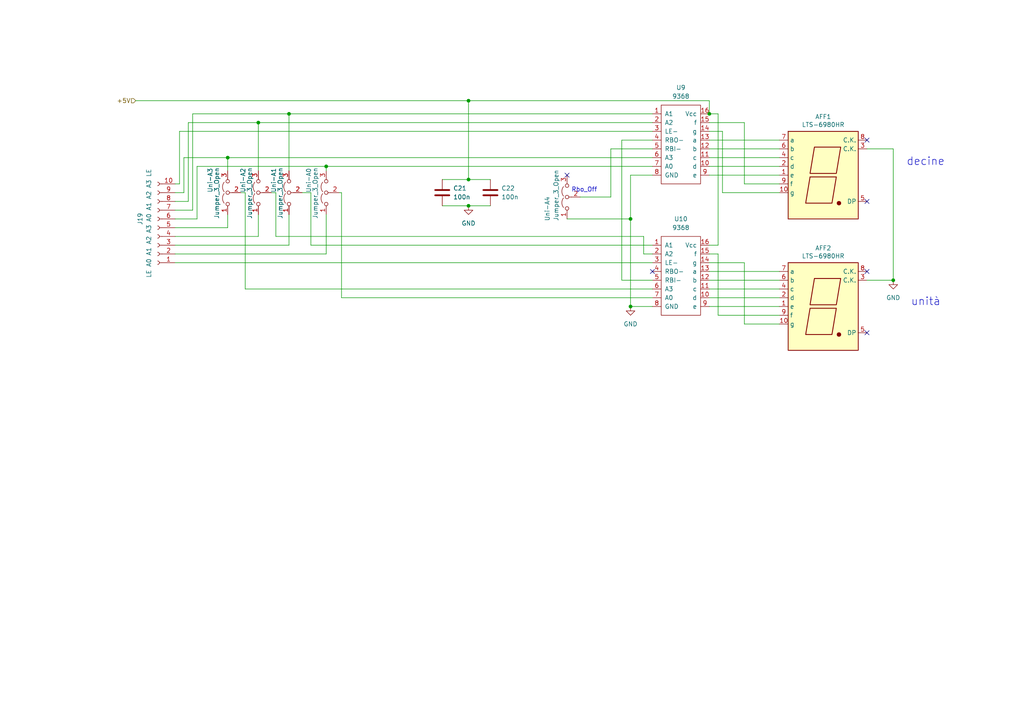
<source format=kicad_sch>
(kicad_sch (version 20211123) (generator eeschema)
  (paper "A4")
  (lib_symbols
    (symbol "Connector:Conn_01x10_Female" (pin_names (offset 1.016) hide)
      (property "Reference" "J" (at 0 12.7 0))
      (property "Value" "Conn_01x10_Female" (at 0 -15.24 0))
      (symbol "Conn_01x10_Female_1_1"
        (arc (start 0 -12.192) (mid -0.508 -12.7) (end 0 -13.208) (stroke (width 0.1524)))
        (arc (start 0 -9.652) (mid -0.508 -10.16) (end 0 -10.668) (stroke (width 0.1524)))
        (arc (start 0 -7.112) (mid -0.508 -7.62) (end 0 -8.128) (stroke (width 0.1524)))
        (arc (start 0 -4.572) (mid -0.508 -5.08) (end 0 -5.588) (stroke (width 0.1524)))
        (arc (start 0 -2.032) (mid -0.508 -2.54) (end 0 -3.048) (stroke (width 0.1524)))
        (polyline (pts (xy -1.27 -12.7) (xy -0.508 -12.7)) (stroke (width 0.1524)))
        (polyline (pts (xy -1.27 -10.16) (xy -0.508 -10.16)) (stroke (width 0.1524)))
        (polyline (pts (xy -1.27 -7.62) (xy -0.508 -7.62)) (stroke (width 0.1524)))
        (polyline (pts (xy -1.27 -5.08) (xy -0.508 -5.08)) (stroke (width 0.1524)))
        (polyline (pts (xy -1.27 -2.54) (xy -0.508 -2.54)) (stroke (width 0.1524)))
        (polyline (pts (xy -1.27 0) (xy -0.508 0)) (stroke (width 0.1524)))
        (polyline (pts (xy -1.27 2.54) (xy -0.508 2.54)) (stroke (width 0.1524)))
        (polyline (pts (xy -1.27 5.08) (xy -0.508 5.08)) (stroke (width 0.1524)))
        (polyline (pts (xy -1.27 7.62) (xy -0.508 7.62)) (stroke (width 0.1524)))
        (polyline (pts (xy -1.27 10.16) (xy -0.508 10.16)) (stroke (width 0.1524)))
        (arc (start 0 0.508) (mid -0.508 0) (end 0 -0.508) (stroke (width 0.1524)))
        (arc (start 0 3.048) (mid -0.508 2.54) (end 0 2.032) (stroke (width 0.1524)))
        (arc (start 0 5.588) (mid -0.508 5.08) (end 0 4.572) (stroke (width 0.1524)))
        (arc (start 0 8.128) (mid -0.508 7.62) (end 0 7.112) (stroke (width 0.1524)))
        (arc (start 0 10.668) (mid -0.508 10.16) (end 0 9.652) (stroke (width 0.1524)))
        (pin passive line (at -5.08 10.16 0) (length 3.81) (name "Pin_1") (number "1"))
        (pin passive line (at -5.08 -12.7 0) (length 3.81) (name "Pin_10") (number "10"))
        (pin passive line (at -5.08 7.62 0) (length 3.81) (name "Pin_2") (number "2"))
        (pin passive line (at -5.08 5.08 0) (length 3.81) (name "Pin_3") (number "3"))
        (pin passive line (at -5.08 2.54 0) (length 3.81) (name "Pin_4") (number "4"))
        (pin passive line (at -5.08 0 0) (length 3.81) (name "Pin_5") (number "5"))
        (pin passive line (at -5.08 -2.54 0) (length 3.81) (name "Pin_6") (number "6"))
        (pin passive line (at -5.08 -5.08 0) (length 3.81) (name "Pin_7") (number "7"))
        (pin passive line (at -5.08 -7.62 0) (length 3.81) (name "Pin_8") (number "8"))
        (pin passive line (at -5.08 -10.16 0) (length 3.81) (name "Pin_9") (number "9"))
      )
    )
    (symbol "Device:C" (pin_numbers hide) (pin_names (offset 0.254))
      (property "Reference" "C" (at 0.635 2.54 0))
      (property "Value" "C" (at 0.635 -2.54 0))
      (symbol "C_0_1"
        (polyline (pts (xy -2.032 -0.762) (xy 2.032 -0.762)) (stroke (width 0.508)))
        (polyline (pts (xy -2.032 0.762) (xy 2.032 0.762)) (stroke (width 0.508)))
      )
      (symbol "C_1_1"
        (pin passive line (at 0 3.81 270) (length 2.794) (name "~") (number "1"))
        (pin passive line (at 0 -3.81 90) (length 2.794) (name "~") (number "2"))
      )
    )
    (symbol "Display_Character:LTS-6980HR"
      (property "Reference" "AFF" (at -7.874 13.97 0))
      (property "Value" "LTS-6980HR" (at 4.064 13.97 0))
      (symbol "LTS-6980HR_0_1"
        (rectangle (start -10.16 12.7) (end 10.16 -12.7) (stroke (width 0.254)) (fill (type background)))
        (polyline (pts (xy -3.81 -0.508) (xy 3.81 -0.508) (xy 2.54 -8.128) (xy -5.08 -8.128) (xy -3.81 -0.508) (xy -3.81 -0.508)) (stroke (width 0.254)))
        (polyline (pts (xy -2.54 8.128) (xy 5.08 8.128) (xy 3.81 0.508) (xy -3.81 0.508) (xy -2.54 8.128) (xy -2.54 8.128)) (stroke (width 0.254)))
        (circle (center 4.572 -8.128) (radius 0.508) (stroke (width 0.254)) (fill (type outline)))
      )
      (symbol "LTS-6980HR_1_1"
        (pin passive line (at -12.7 0 0) (length 2.54) (name "e") (number "1"))
        (pin passive line (at -12.7 -5.08 0) (length 2.54) (name "g") (number "10"))
        (pin passive line (at -12.7 2.54 0) (length 2.54) (name "d") (number "2"))
        (pin passive line (at 12.7 7.62 180) (length 2.54) (name "C.K.") (number "3"))
        (pin passive line (at -12.7 5.08 0) (length 2.54) (name "c") (number "4"))
        (pin passive line (at 12.7 -7.62 180) (length 2.54) (name "DP") (number "5"))
        (pin passive line (at -12.7 7.62 0) (length 2.54) (name "b") (number "6"))
        (pin passive line (at -12.7 10.16 0) (length 2.54) (name "a") (number "7"))
        (pin passive line (at 12.7 10.16 180) (length 2.54) (name "C.K.") (number "8"))
        (pin passive line (at -12.7 -2.54 0) (length 2.54) (name "f") (number "9"))
      )
    )
    (symbol "Jumper:Jumper_3_Open" (pin_names (offset 0) hide)
      (property "Reference" "JP" (at -2.54 -2.54 0))
      (property "Value" "Jumper_3_Open" (at 0 2.794 0))
      (symbol "Jumper_3_Open_0_0"
        (circle (center -3.302 0) (radius 0.508))
        (circle (center 0 0) (radius 0.508))
        (circle (center 3.302 0) (radius 0.508))
      )
      (symbol "Jumper_3_Open_0_1"
        (arc (start -0.254 1.016) (mid -1.651 1.4992) (end -3.048 1.016))
        (polyline (pts (xy 0 -0.508) (xy 0 -1.27)))
        (arc (start 3.048 1.016) (mid 1.651 1.4992) (end 0.254 1.016))
      )
      (symbol "Jumper_3_Open_1_1"
        (pin passive line (at -6.35 0 0) (length 2.54) (name "A") (number "1"))
        (pin passive line (at 0 -3.81 90) (length 2.54) (name "C") (number "2"))
        (pin passive line (at 6.35 0 180) (length 2.54) (name "B") (number "3"))
      )
    )
    (symbol "Massimi_Lib. (2):9368" (pin_names (offset 1.016))
      (property "Reference" "U" (at 0 1.27 0))
      (property "Value" "9368" (at 0 -1.27 0))
      (symbol "9368_0_1"
        (rectangle (start -6.35 -2.54) (end 5.08 -25.4))
      )
      (symbol "9368_1_1"
        (pin input line (at -8.89 -5.08 0) (length 2.54) (name "A1") (number "1"))
        (pin output line (at 7.62 -20.32 180) (length 2.54) (name "d") (number "10"))
        (pin output line (at 7.62 -17.78 180) (length 2.54) (name "c") (number "11"))
        (pin output line (at 7.62 -15.24 180) (length 2.54) (name "b") (number "12"))
        (pin output line (at 7.62 -12.7 180) (length 2.54) (name "a") (number "13"))
        (pin output line (at 7.62 -10.16 180) (length 2.54) (name "g") (number "14"))
        (pin output line (at 7.62 -7.62 180) (length 2.54) (name "f") (number "15"))
        (pin input line (at 7.62 -5.08 180) (length 2.54) (name "Vcc") (number "16"))
        (pin input line (at -8.89 -7.62 0) (length 2.54) (name "A2") (number "2"))
        (pin input line (at -8.89 -10.16 0) (length 2.54) (name "LE-") (number "3"))
        (pin output line (at -8.89 -12.7 0) (length 2.54) (name "RBO-") (number "4"))
        (pin input line (at -8.89 -15.24 0) (length 2.54) (name "RBI-") (number "5"))
        (pin input line (at -8.89 -17.78 0) (length 2.54) (name "A3") (number "6"))
        (pin input line (at -8.89 -20.32 0) (length 2.54) (name "A0") (number "7"))
        (pin input line (at -8.89 -22.86 0) (length 2.54) (name "GND") (number "8"))
        (pin output line (at 7.62 -22.86 180) (length 2.54) (name "e") (number "9"))
      )
    )
    (symbol "power:GND" (power) (pin_names (offset 0))
      (property "Value" "GND" (at 0 -3.81 0))
      (symbol "GND_0_1"
        (polyline (pts (xy 0 0) (xy 0 -1.27) (xy 1.27 -1.27) (xy 0 -2.54) (xy -1.27 -1.27) (xy 0 -1.27)))
      )
      (symbol "GND_1_1"
        (pin power_in line (at 0 0 270) (length 0) hide (name "GND") (number "1"))
      )
    )
  )
  (junction (at 182.88 63.5))
  (junction (at 135.89 52.07))
  (junction (at 83.82 33.02))
  (junction (at 74.93 35.56))
  (junction (at 259.08 81.28))
  (junction (at 182.88 88.9))
  (junction (at 135.89 29.21))
  (junction (at 135.89 59.69))
  (junction (at 94.615 48.26))
  (junction (at 66.04 45.72))
  (junction (at 205.74 33.02))
  (no_connect (at 251.46 58.42))
  (no_connect (at 189.23 78.74))
  (no_connect (at 164.465 50.8))
  (no_connect (at 251.46 78.74))
  (no_connect (at 251.46 40.64))
  (no_connect (at 251.46 96.52))
  (wire (pts (xy 54.61 35.56) (xy 54.61 58.42)))
  (wire (pts (xy 177.165 57.15) (xy 168.275 57.15)))
  (wire (pts (xy 180.34 81.28) (xy 189.23 81.28)))
  (wire (pts (xy 259.08 43.18) (xy 259.08 81.28)))
  (wire (pts (xy 215.9 76.2) (xy 215.9 93.98)))
  (wire (pts (xy 94.615 62.23) (xy 94.615 73.66)))
  (wire (pts (xy 66.04 66.04) (xy 66.04 62.23)))
  (wire (pts (xy 135.89 59.69) (xy 142.24 59.69)))
  (wire (pts (xy 90.17 55.88) (xy 90.17 71.12)))
  (wire (pts (xy 205.74 45.72) (xy 226.06 45.72)))
  (wire (pts (xy 205.74 29.21) (xy 205.74 33.02)))
  (wire (pts (xy 50.8 68.58) (xy 74.93 68.58)))
  (wire (pts (xy 251.46 81.28) (xy 259.08 81.28)))
  (wire (pts (xy 52.07 38.1) (xy 189.23 38.1)))
  (wire (pts (xy 66.04 45.72) (xy 189.23 45.72)))
  (wire (pts (xy 94.615 48.26) (xy 189.23 48.26)))
  (wire (pts (xy 164.465 63.5) (xy 182.88 63.5)))
  (wire (pts (xy 186.69 68.58) (xy 186.69 73.66)))
  (wire (pts (xy 189.23 43.18) (xy 177.165 43.18)))
  (wire (pts (xy 83.82 33.02) (xy 83.82 49.53)))
  (wire (pts (xy 205.74 76.2) (xy 215.9 76.2)))
  (wire (pts (xy 52.07 38.1) (xy 52.07 53.34)))
  (wire (pts (xy 94.615 48.26) (xy 94.615 49.53)))
  (wire (pts (xy 90.17 71.12) (xy 189.23 71.12)))
  (wire (pts (xy 205.74 48.26) (xy 226.06 48.26)))
  (wire (pts (xy 205.74 81.28) (xy 226.06 81.28)))
  (wire (pts (xy 135.89 29.21) (xy 135.89 52.07)))
  (wire (pts (xy 189.23 73.66) (xy 186.69 73.66)))
  (wire (pts (xy 205.74 43.18) (xy 226.06 43.18)))
  (wire (pts (xy 209.55 38.1) (xy 209.55 55.88)))
  (wire (pts (xy 128.27 52.07) (xy 135.89 52.07)))
  (wire (pts (xy 55.88 33.02) (xy 55.88 60.96)))
  (wire (pts (xy 53.34 45.72) (xy 66.04 45.72)))
  (wire (pts (xy 50.8 58.42) (xy 54.61 58.42)))
  (wire (pts (xy 135.89 52.07) (xy 142.24 52.07)))
  (wire (pts (xy 50.8 63.5) (xy 57.15 63.5)))
  (wire (pts (xy 205.74 40.64) (xy 226.06 40.64)))
  (wire (pts (xy 99.06 55.88) (xy 99.06 86.36)))
  (wire (pts (xy 57.15 48.26) (xy 94.615 48.26)))
  (wire (pts (xy 182.88 63.5) (xy 182.88 88.9)))
  (wire (pts (xy 251.46 43.18) (xy 259.08 43.18)))
  (wire (pts (xy 87.63 55.88) (xy 90.17 55.88)))
  (wire (pts (xy 189.23 83.82) (xy 71.12 83.82)))
  (wire (pts (xy 78.74 55.88) (xy 80.01 55.88)))
  (wire (pts (xy 57.15 63.5) (xy 57.15 48.26)))
  (wire (pts (xy 205.74 73.66) (xy 208.28 73.66)))
  (wire (pts (xy 55.88 33.02) (xy 83.82 33.02)))
  (wire (pts (xy 74.93 68.58) (xy 74.93 62.23)))
  (wire (pts (xy 66.04 45.72) (xy 66.04 49.53)))
  (wire (pts (xy 128.27 59.69) (xy 135.89 59.69)))
  (wire (pts (xy 50.8 71.12) (xy 83.82 71.12)))
  (wire (pts (xy 189.23 40.64) (xy 180.34 40.64)))
  (wire (pts (xy 205.74 71.12) (xy 208.28 71.12)))
  (wire (pts (xy 50.8 53.34) (xy 52.07 53.34)))
  (wire (pts (xy 98.425 55.88) (xy 99.06 55.88)))
  (wire (pts (xy 186.69 68.58) (xy 80.01 68.58)))
  (wire (pts (xy 53.34 45.72) (xy 53.34 55.88)))
  (wire (pts (xy 50.8 66.04) (xy 66.04 66.04)))
  (wire (pts (xy 205.74 38.1) (xy 209.55 38.1)))
  (wire (pts (xy 50.8 55.88) (xy 53.34 55.88)))
  (wire (pts (xy 208.28 33.02) (xy 208.28 71.12)))
  (wire (pts (xy 83.82 71.12) (xy 83.82 62.23)))
  (wire (pts (xy 215.9 53.34) (xy 226.06 53.34)))
  (wire (pts (xy 71.12 55.88) (xy 71.12 83.82)))
  (wire (pts (xy 50.8 60.96) (xy 55.88 60.96)))
  (wire (pts (xy 189.23 86.36) (xy 99.06 86.36)))
  (wire (pts (xy 74.93 35.56) (xy 74.93 49.53)))
  (wire (pts (xy 135.89 29.21) (xy 39.37 29.21)))
  (wire (pts (xy 208.28 91.44) (xy 226.06 91.44)))
  (wire (pts (xy 189.23 50.8) (xy 182.88 50.8)))
  (wire (pts (xy 205.74 83.82) (xy 226.06 83.82)))
  (wire (pts (xy 50.8 73.66) (xy 94.615 73.66)))
  (wire (pts (xy 205.74 78.74) (xy 226.06 78.74)))
  (wire (pts (xy 83.82 33.02) (xy 189.23 33.02)))
  (wire (pts (xy 208.28 73.66) (xy 208.28 91.44)))
  (wire (pts (xy 209.55 55.88) (xy 226.06 55.88)))
  (wire (pts (xy 215.9 93.98) (xy 226.06 93.98)))
  (wire (pts (xy 205.74 88.9) (xy 226.06 88.9)))
  (wire (pts (xy 180.34 40.64) (xy 180.34 81.28)))
  (wire (pts (xy 182.88 50.8) (xy 182.88 63.5)))
  (wire (pts (xy 205.74 86.36) (xy 226.06 86.36)))
  (wire (pts (xy 177.165 43.18) (xy 177.165 57.15)))
  (wire (pts (xy 205.74 33.02) (xy 208.28 33.02)))
  (wire (pts (xy 50.8 76.2) (xy 189.23 76.2)))
  (wire (pts (xy 205.74 50.8) (xy 226.06 50.8)))
  (wire (pts (xy 54.61 35.56) (xy 74.93 35.56)))
  (wire (pts (xy 69.85 55.88) (xy 71.12 55.88)))
  (wire (pts (xy 205.74 29.21) (xy 135.89 29.21)))
  (wire (pts (xy 205.74 35.56) (xy 215.9 35.56)))
  (wire (pts (xy 74.93 35.56) (xy 189.23 35.56)))
  (wire (pts (xy 182.88 88.9) (xy 189.23 88.9)))
  (wire (pts (xy 80.01 55.88) (xy 80.01 68.58)))
  (wire (pts (xy 215.9 35.56) (xy 215.9 53.34)))
  (text "unità" (at 264.16 88.9 0) (effects (font (size 2.2606 2.2606)) (justify left bottom)))
  (text "decine" (at 262.89 48.26 0) (effects (font (size 2.2606 2.2606)) (justify left bottom)))
  (text "Rbo_Off" (at 165.735 55.88 0) (effects (font (size 1.27 1.27)) (justify left bottom)))
  (hierarchical_label "+5V" (shape input) (at 39.37 29.21 180))
  (symbol (lib_id "Device:C") (at 128.27 55.88 0) (unit 1)
    (property "Reference" "C21" (at 131.445 54.61 0) (effects (justify left)))
    (property "Value" "100n" (at 131.445 57.15 0) (effects (justify left)))
    (property "Footprint" "Capacitor_THT:C_Disc_D4.3mm_W1.9mm_P5.00mm" (effects hide))
  )
  (symbol (lib_id "Jumper:Jumper_3_Open") (at 164.465 57.15 90) (unit 1)
    (property "Reference" "Uni-A4" (at 158.75 64.135 0) (effects (justify left)))
    (property "Value" "Jumper_3_Open" (at 161.29 64.135 0) (effects (justify left)))
    (property "Footprint" "Connector_PinSocket_2.54mm:PinSocket_1x03_P2.54mm_Vertical" (effects hide))
  )
  (symbol (lib_id "Connector:Conn_01x10_Female") (at 45.72 66.04 180) (unit 1)
    (property "Reference" "J19" (at 40.64 63.5 90))
    (property "Value" "LE A0 A1 A2 A3 A0 A1 A2 A3 LE" (at 43.18 64.77 90))
    (property "Footprint" "Connector_PinHeader_2.54mm:PinHeader_1x10_P2.54mm_Vertical" (effects hide))
  )
  (symbol (lib_id "power:GND") (at 182.88 88.9 0) (unit 1)
    (property "Reference" "#PWR041" (effects hide))
    (property "Value" "GND" (at 182.88 93.98 0))
  )
  (symbol (lib_id "power:GND") (at 259.08 81.28 0) (unit 1)
    (property "Reference" "#PWR044" (effects hide))
    (property "Value" "GND" (at 259.08 86.36 0))
  )
  (symbol (lib_id "Jumper:Jumper_3_Open") (at 83.82 55.88 90) (unit 1)
    (property "Reference" "Uni-A1" (at 79.375 55.88 0) (effects (justify left)))
    (property "Value" "Jumper_3_Open" (at 81.28 63.5 0) (effects (justify left)))
    (property "Footprint" "Connector_PinSocket_2.54mm:PinSocket_1x03_P2.54mm_Vertical" (effects hide))
  )
  (symbol (lib_id "Display_Character:LTS-6980HR") (at 238.76 88.9 0) (unit 1)
    (property "Reference" "AFF2" (at 238.76 71.9582 0))
    (property "Value" "LTS-6980HR" (at 238.76 74.2696 0))
    (property "Footprint" "Display_7Segment:7SegmentLED_LTS6760_LTS6780" (effects hide))
    (property "Datasheet" "http://datasheet.octopart.com/LTS-6960HR-Lite-On-datasheet-11803242.pdf" (effects hide))
  )
  (symbol (lib_id "Device:C") (at 142.24 55.88 0) (unit 1)
    (property "Reference" "C22" (at 145.415 54.61 0) (effects (justify left)))
    (property "Value" "100n" (at 145.415 57.15 0) (effects (justify left)))
    (property "Footprint" "Capacitor_THT:C_Disc_D4.3mm_W1.9mm_P5.00mm" (effects hide))
  )
  (symbol (lib_id "Jumper:Jumper_3_Open") (at 66.04 55.88 90) (unit 1)
    (property "Reference" "Uni-A3" (at 60.96 55.88 0) (effects (justify left)))
    (property "Value" "Jumper_3_Open" (at 62.865 63.5 0) (effects (justify left)))
    (property "Footprint" "Connector_PinSocket_2.54mm:PinSocket_1x03_P2.54mm_Vertical" (effects hide))
  )
  (symbol (lib_id "Jumper:Jumper_3_Open") (at 74.93 55.88 90) (unit 1)
    (property "Reference" "Uni-A2" (at 70.485 55.88 0) (effects (justify left)))
    (property "Value" "Jumper_3_Open" (at 72.39 63.5 0) (effects (justify left)))
    (property "Footprint" "Connector_PinSocket_2.54mm:PinSocket_1x03_P2.54mm_Vertical" (effects hide))
  )
  (symbol (lib_id "Massimi_Lib. (2):9368") (at 198.12 66.04 0) (unit 1)
    (property "Reference" "U10" (at 197.485 63.5 0))
    (property "Value" "9368" (at 197.485 66.04 0))
    (property "Footprint" "Package_DIP:DIP-16_W7.62mm_Socket_LongPads" (effects hide))
  )
  (symbol (lib_id "Display_Character:LTS-6980HR") (at 238.76 50.8 0) (unit 1)
    (property "Reference" "AFF1" (at 238.76 33.8582 0))
    (property "Value" "LTS-6980HR" (at 238.76 36.1696 0))
    (property "Footprint" "Display_7Segment:7SegmentLED_LTS6760_LTS6780" (effects hide))
    (property "Datasheet" "http://datasheet.octopart.com/LTS-6960HR-Lite-On-datasheet-11803242.pdf" (effects hide))
  )
  (symbol (lib_id "Massimi_Lib. (2):9368") (at 198.12 27.94 0) (unit 1)
    (property "Reference" "U9" (at 197.485 25.4 0))
    (property "Value" "9368" (at 197.485 27.94 0))
    (property "Footprint" "Package_DIP:DIP-16_W7.62mm_Socket_LongPads" (effects hide))
  )
  (symbol (lib_id "Jumper:Jumper_3_Open") (at 94.615 55.88 90) (unit 1)
    (property "Reference" "Uni-A0" (at 89.535 55.88 0) (effects (justify left)))
    (property "Value" "Jumper_3_Open" (at 91.44 63.5 0) (effects (justify left)))
    (property "Footprint" "Connector_PinSocket_2.54mm:PinSocket_1x03_P2.54mm_Vertical" (effects hide))
  )
  (symbol (lib_id "power:GND") (at 135.89 59.69 0) (unit 1)
    (property "Reference" "#PWR040" (effects hide))
    (property "Value" "GND" (at 135.89 64.77 0))
  )
)
</source>
